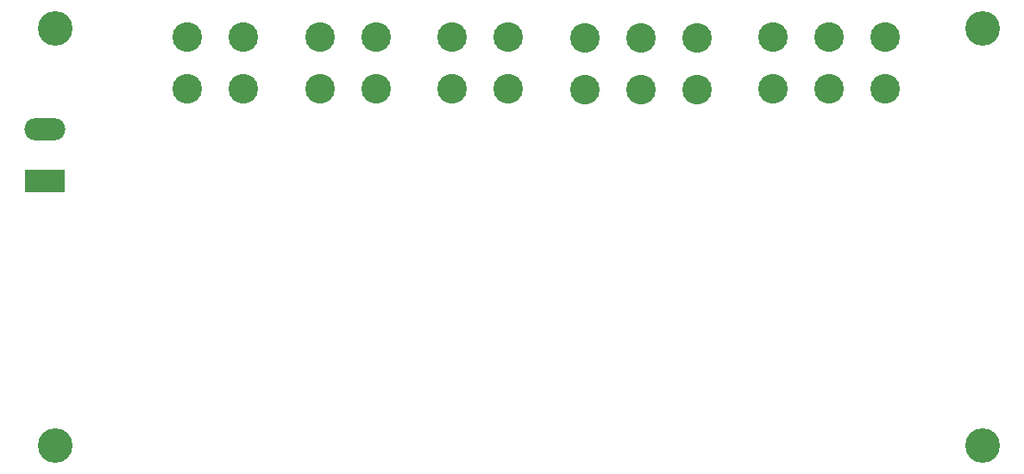
<source format=gbr>
G04 #@! TF.FileFunction,Soldermask,Bot*
%FSLAX46Y46*%
G04 Gerber Fmt 4.6, Leading zero omitted, Abs format (unit mm)*
G04 Created by KiCad (PCBNEW 4.0.7-e2-6376~58~ubuntu16.04.1) date Wed Nov 22 10:08:24 2017*
%MOMM*%
%LPD*%
G01*
G04 APERTURE LIST*
%ADD10C,0.100000*%
%ADD11R,4.000000X2.200000*%
%ADD12O,4.000000X2.200000*%
%ADD13C,2.900000*%
%ADD14C,3.400000*%
G04 APERTURE END LIST*
D10*
D11*
X53500000Y-69500000D03*
D12*
X53500000Y-64420000D03*
D13*
X117520000Y-55500000D03*
X117520000Y-60580000D03*
X112010000Y-60580000D03*
X112010000Y-55500000D03*
X106500000Y-55500000D03*
X106500000Y-60580000D03*
X67490000Y-55420000D03*
X67490000Y-60500000D03*
X73000000Y-60500000D03*
X73000000Y-55420000D03*
X80490000Y-55420000D03*
X80490000Y-60500000D03*
X86000000Y-60500000D03*
X86000000Y-55420000D03*
X93490000Y-55420000D03*
X93490000Y-60500000D03*
X99000000Y-60500000D03*
X99000000Y-55420000D03*
X124980000Y-60500000D03*
X124980000Y-55420000D03*
X130490000Y-55420000D03*
X130490000Y-60500000D03*
X136000000Y-60500000D03*
X136000000Y-55420000D03*
D14*
X54500000Y-95500000D03*
X145500000Y-95500000D03*
X145500000Y-54500000D03*
X54500000Y-54500000D03*
M02*

</source>
